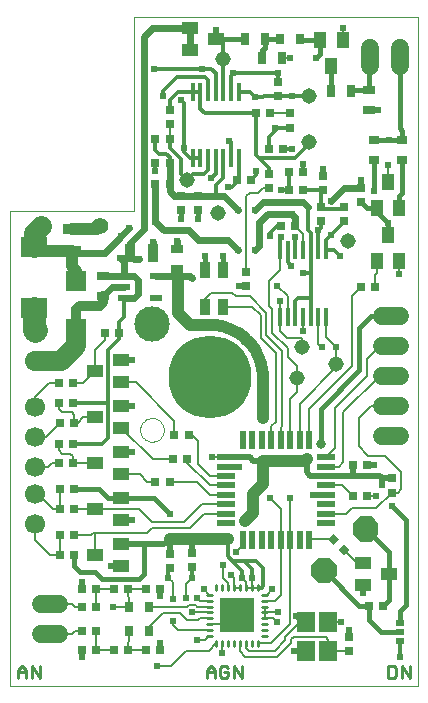
<source format=gtl>
G75*
G70*
%OFA0B0*%
%FSLAX24Y24*%
%IPPOS*%
%LPD*%
%AMOC8*
5,1,8,0,0,1.08239X$1,22.5*
%
%ADD10C,0.0000*%
%ADD11C,0.0100*%
%ADD12R,0.0276X0.0276*%
%ADD13R,0.0394X0.0315*%
%ADD14R,0.0866X0.0709*%
%ADD15R,0.0669X0.0709*%
%ADD16R,0.0394X0.0551*%
%ADD17C,0.0594*%
%ADD18R,0.0315X0.0394*%
%ADD19R,0.0315X0.0354*%
%ADD20R,0.0591X0.0374*%
%ADD21R,0.0374X0.0591*%
%ADD22C,0.0551*%
%ADD23R,0.1181X0.1181*%
%ADD24C,0.0110*%
%ADD25R,0.0591X0.0669*%
%ADD26C,0.0669*%
%ADD27R,0.0551X0.0394*%
%ADD28C,0.0170*%
%ADD29R,0.0276X0.0276*%
%ADD30R,0.0610X0.0217*%
%ADD31R,0.0217X0.0610*%
%ADD32C,0.0600*%
%ADD33R,0.0354X0.0531*%
%ADD34R,0.0354X0.0315*%
%ADD35R,0.0138X0.0630*%
%ADD36R,0.0413X0.0236*%
%ADD37C,0.0515*%
%ADD38R,0.0315X0.0197*%
%ADD39C,0.0080*%
%ADD40C,0.0238*%
%ADD41C,0.0120*%
%ADD42C,0.0400*%
%ADD43C,0.0240*%
%ADD44C,0.2762*%
%ADD45C,0.1181*%
%ADD46C,0.0160*%
%ADD47C,0.0660*%
%ADD48C,0.0197*%
%ADD49C,0.0320*%
%ADD50C,0.0317*%
%ADD51C,0.0157*%
%ADD52C,0.0138*%
%ADD53C,0.0700*%
%ADD54C,0.0760*%
D10*
X000260Y003292D02*
X000260Y019119D01*
X004394Y019119D01*
X004394Y025615D01*
X013842Y025615D01*
X013842Y003292D01*
X000260Y003292D01*
X004590Y011835D02*
X004592Y011874D01*
X004598Y011913D01*
X004608Y011951D01*
X004621Y011988D01*
X004638Y012023D01*
X004658Y012057D01*
X004682Y012088D01*
X004709Y012117D01*
X004738Y012143D01*
X004770Y012166D01*
X004804Y012186D01*
X004840Y012202D01*
X004877Y012214D01*
X004916Y012223D01*
X004955Y012228D01*
X004994Y012229D01*
X005033Y012226D01*
X005072Y012219D01*
X005109Y012208D01*
X005146Y012194D01*
X005181Y012176D01*
X005214Y012155D01*
X005245Y012130D01*
X005273Y012103D01*
X005298Y012073D01*
X005320Y012040D01*
X005339Y012006D01*
X005354Y011970D01*
X005366Y011932D01*
X005374Y011894D01*
X005378Y011855D01*
X005378Y011815D01*
X005374Y011776D01*
X005366Y011738D01*
X005354Y011700D01*
X005339Y011664D01*
X005320Y011630D01*
X005298Y011597D01*
X005273Y011567D01*
X005245Y011540D01*
X005214Y011515D01*
X005181Y011494D01*
X005146Y011476D01*
X005109Y011462D01*
X005072Y011451D01*
X005033Y011444D01*
X004994Y011441D01*
X004955Y011442D01*
X004916Y011447D01*
X004877Y011456D01*
X004840Y011468D01*
X004804Y011484D01*
X004770Y011504D01*
X004738Y011527D01*
X004709Y011553D01*
X004682Y011582D01*
X004658Y011613D01*
X004638Y011647D01*
X004621Y011682D01*
X004608Y011719D01*
X004598Y011757D01*
X004592Y011796D01*
X004590Y011835D01*
D11*
X006939Y003959D02*
X007073Y003826D01*
X007073Y003559D01*
X007073Y003759D02*
X006806Y003759D01*
X006806Y003826D02*
X006939Y003959D01*
X006806Y003826D02*
X006806Y003559D01*
X007266Y003625D02*
X007333Y003559D01*
X007466Y003559D01*
X007533Y003625D01*
X007533Y003759D01*
X007400Y003759D01*
X007533Y003892D02*
X007466Y003959D01*
X007333Y003959D01*
X007266Y003892D01*
X007266Y003625D01*
X007727Y003559D02*
X007727Y003959D01*
X007993Y003559D01*
X007993Y003959D01*
X012849Y003959D02*
X012849Y003559D01*
X013049Y003559D01*
X013116Y003625D01*
X013116Y003892D01*
X013049Y003959D01*
X012849Y003959D01*
X013309Y003959D02*
X013309Y003559D01*
X013576Y003559D02*
X013309Y003959D01*
X013576Y003959D02*
X013576Y003559D01*
X001254Y003559D02*
X001254Y003959D01*
X000987Y003959D02*
X000987Y003559D01*
X000793Y003559D02*
X000793Y003826D01*
X000660Y003959D01*
X000526Y003826D01*
X000526Y003559D01*
X000526Y003759D02*
X000793Y003759D01*
X000987Y003959D02*
X001254Y003559D01*
D12*
X002661Y004513D03*
X002661Y005143D03*
X003134Y005143D03*
X003134Y004513D03*
X003724Y004513D03*
X004197Y004513D03*
X004787Y004513D03*
X005260Y004513D03*
X005260Y006520D03*
X005575Y007229D03*
X005575Y007702D03*
X006323Y007741D03*
X006323Y007269D03*
X004787Y006520D03*
X004197Y006520D03*
X003724Y006520D03*
X003134Y006520D03*
X002661Y006520D03*
X002661Y005930D03*
X003134Y005930D03*
X002386Y007662D03*
X001913Y007662D03*
X001913Y008331D03*
X002386Y008331D03*
X002386Y009198D03*
X001913Y009198D03*
X001913Y009867D03*
X002386Y009867D03*
X002346Y010733D03*
X002346Y011363D03*
X001874Y011363D03*
X001874Y010733D03*
X001913Y012072D03*
X002386Y012072D03*
X002346Y012741D03*
X002346Y013410D03*
X001874Y013410D03*
X001874Y012741D03*
X003409Y015064D03*
X003882Y015064D03*
X005732Y011678D03*
X006205Y011678D03*
X006165Y010851D03*
X005693Y010851D03*
X005575Y010103D03*
X005102Y010103D03*
X008134Y016639D03*
X008134Y017111D03*
X009275Y018646D03*
X009748Y018646D03*
X010614Y018804D03*
X010614Y019276D03*
X010693Y019828D03*
X010693Y020300D03*
X010024Y020418D03*
X010024Y019828D03*
X009551Y019828D03*
X009551Y020418D03*
X009354Y021206D03*
X008882Y021206D03*
X008882Y020379D03*
X008882Y019906D03*
X008291Y020182D03*
X007819Y020182D03*
X006520Y019631D03*
X006520Y019158D03*
X005968Y019158D03*
X005968Y019631D03*
X005575Y020024D03*
X005575Y020733D03*
X005102Y020733D03*
X005102Y020024D03*
X005102Y021520D03*
X005575Y021520D03*
X005575Y022032D03*
X005575Y022505D03*
X008449Y022387D03*
X008921Y022387D03*
X009197Y022977D03*
X009197Y023450D03*
X009590Y022387D03*
X009590Y021914D03*
X011401Y019276D03*
X011401Y018804D03*
X011953Y019434D03*
X011953Y019906D03*
X011953Y016599D03*
X012425Y016599D03*
X012149Y010654D03*
X011677Y010654D03*
X011677Y009631D03*
X012149Y009631D03*
X012976Y009749D03*
X012976Y010221D03*
X012701Y005969D03*
X012228Y005969D03*
X011559Y004946D03*
X011559Y004473D03*
D13*
X005811Y017209D03*
X005811Y017879D03*
X003370Y016973D03*
X003370Y016304D03*
X012228Y022485D03*
X012228Y023154D03*
D14*
X001047Y017918D03*
X001047Y015910D03*
D15*
X002464Y015202D03*
X002464Y016816D03*
D16*
X010594Y024828D03*
X010968Y023961D03*
X011342Y024828D03*
X012858Y020103D03*
X012484Y019237D03*
X013232Y019237D03*
X012858Y018331D03*
X012484Y017465D03*
X013232Y017465D03*
D17*
X013240Y023980D02*
X013240Y024573D01*
X012240Y024573D02*
X012240Y023980D01*
X001895Y006036D02*
X001301Y006036D01*
X001301Y005036D02*
X001895Y005036D01*
D18*
X010949Y023135D03*
X011618Y023135D03*
X009335Y024237D03*
X008665Y024237D03*
X008744Y024867D03*
X008075Y024867D03*
D19*
X009256Y024867D03*
X009925Y024867D03*
X004886Y005930D03*
X004886Y005143D03*
X004216Y005143D03*
X004216Y005930D03*
D20*
X002307Y017800D03*
X002307Y018548D03*
D21*
X004256Y017741D03*
X005004Y017741D03*
D22*
X003252Y018646D03*
X001283Y018646D03*
D23*
X007819Y005654D03*
D24*
X007917Y004810D02*
X007917Y004648D01*
X007720Y004648D02*
X007720Y004810D01*
X007524Y004810D02*
X007524Y004648D01*
X007327Y004648D02*
X007327Y004810D01*
X007130Y004810D02*
X007130Y004648D01*
X006975Y004965D02*
X006813Y004965D01*
X006813Y005162D02*
X006975Y005162D01*
X006975Y005359D02*
X006813Y005359D01*
X006813Y005556D02*
X006975Y005556D01*
X006975Y005753D02*
X006813Y005753D01*
X006813Y005950D02*
X006975Y005950D01*
X006975Y006146D02*
X006813Y006146D01*
X006813Y006343D02*
X006975Y006343D01*
X007130Y006499D02*
X007130Y006661D01*
X007327Y006661D02*
X007327Y006499D01*
X007524Y006499D02*
X007524Y006661D01*
X007720Y006661D02*
X007720Y006499D01*
X007917Y006499D02*
X007917Y006661D01*
X008114Y006661D02*
X008114Y006499D01*
X008311Y006499D02*
X008311Y006661D01*
X008508Y006661D02*
X008508Y006499D01*
X008663Y006343D02*
X008825Y006343D01*
X008825Y006146D02*
X008663Y006146D01*
X008663Y005950D02*
X008825Y005950D01*
X008825Y005753D02*
X008663Y005753D01*
X008663Y005556D02*
X008825Y005556D01*
X008825Y005359D02*
X008663Y005359D01*
X008663Y005162D02*
X008825Y005162D01*
X008825Y004965D02*
X008663Y004965D01*
X008508Y004810D02*
X008508Y004648D01*
X008311Y004648D02*
X008311Y004810D01*
X008114Y004810D02*
X008114Y004648D01*
D25*
X010122Y004454D03*
X010122Y005438D03*
X010870Y005438D03*
X010870Y004454D03*
D26*
X001086Y008686D03*
X001086Y009686D03*
X001086Y010607D03*
X001086Y011607D03*
X001086Y012607D03*
X001086Y014119D03*
X001086Y015119D03*
D27*
X003094Y013804D03*
X003961Y014178D03*
X003961Y013430D03*
X003961Y012643D03*
X003961Y011894D03*
X003961Y011107D03*
X003961Y010359D03*
X003961Y009572D03*
X003961Y008824D03*
X003961Y008036D03*
X003961Y007288D03*
X003094Y007662D03*
X003094Y009198D03*
X003094Y010733D03*
X003094Y012269D03*
X006244Y024493D03*
X006244Y025241D03*
X007110Y024867D03*
X012031Y007406D03*
X012031Y006658D03*
X012898Y007032D03*
D28*
X011843Y008499D02*
X011758Y008414D01*
X011758Y008696D01*
X011956Y008894D01*
X012238Y008894D01*
X012436Y008696D01*
X012436Y008414D01*
X012238Y008216D01*
X011956Y008216D01*
X011758Y008414D01*
X011885Y008468D01*
X011885Y008642D01*
X012010Y008767D01*
X012184Y008767D01*
X012309Y008642D01*
X012309Y008468D01*
X012184Y008343D01*
X012010Y008343D01*
X011885Y008468D01*
X012013Y008520D01*
X012013Y008590D01*
X012062Y008639D01*
X012132Y008639D01*
X012181Y008590D01*
X012181Y008520D01*
X012132Y008471D01*
X012062Y008471D01*
X012013Y008520D01*
X010451Y007107D02*
X010366Y007022D01*
X010366Y007304D01*
X010564Y007502D01*
X010846Y007502D01*
X011044Y007304D01*
X011044Y007022D01*
X010846Y006824D01*
X010564Y006824D01*
X010366Y007022D01*
X010493Y007076D01*
X010493Y007250D01*
X010618Y007375D01*
X010792Y007375D01*
X010917Y007250D01*
X010917Y007076D01*
X010792Y006951D01*
X010618Y006951D01*
X010493Y007076D01*
X010621Y007128D01*
X010621Y007198D01*
X010670Y007247D01*
X010740Y007247D01*
X010789Y007198D01*
X010789Y007128D01*
X010740Y007079D01*
X010670Y007079D01*
X010621Y007128D01*
D29*
G36*
X011038Y008379D02*
X011233Y008184D01*
X011038Y007989D01*
X010843Y008184D01*
X011038Y008379D01*
G37*
G36*
X011372Y008045D02*
X011567Y007850D01*
X011372Y007655D01*
X011177Y007850D01*
X011372Y008045D01*
G37*
D30*
X010791Y008725D03*
X010791Y009040D03*
X010791Y009355D03*
X010791Y009670D03*
X010791Y009985D03*
X010791Y010300D03*
X010791Y010615D03*
X010791Y010930D03*
X007445Y010930D03*
X007445Y010615D03*
X007445Y010300D03*
X007445Y009985D03*
X007445Y009670D03*
X007445Y009355D03*
X007445Y009040D03*
X007445Y008725D03*
D31*
X008016Y008154D03*
X008331Y008154D03*
X008646Y008154D03*
X008961Y008154D03*
X009275Y008154D03*
X009590Y008154D03*
X009905Y008154D03*
X010220Y008154D03*
X010220Y011501D03*
X009905Y011501D03*
X009590Y011501D03*
X009275Y011501D03*
X008961Y011501D03*
X008646Y011501D03*
X008331Y011501D03*
X008016Y011501D03*
D32*
X012637Y011646D02*
X013237Y011646D01*
X013237Y012646D02*
X012637Y012646D01*
X012637Y013646D02*
X013237Y013646D01*
X013237Y014646D02*
X012637Y014646D01*
X012637Y015646D02*
X013237Y015646D01*
D33*
X007346Y015950D03*
X006756Y015950D03*
X006756Y017170D03*
X007346Y017170D03*
D34*
X012386Y020831D03*
X012386Y021501D03*
X013331Y021501D03*
X013331Y020831D03*
D35*
X010791Y017820D03*
X010535Y017820D03*
X010279Y017820D03*
X010024Y017820D03*
X009768Y017820D03*
X009512Y017820D03*
X009256Y017820D03*
X009256Y015615D03*
X009512Y015615D03*
X009768Y015615D03*
X010024Y015615D03*
X010279Y015615D03*
X010535Y015615D03*
X010791Y015615D03*
X007878Y020891D03*
X007622Y020891D03*
X007366Y020891D03*
X007110Y020891D03*
X006854Y020891D03*
X006598Y020891D03*
X006342Y020891D03*
X006342Y023095D03*
X006598Y023095D03*
X006854Y023095D03*
X007110Y023095D03*
X007366Y023095D03*
X007622Y023095D03*
X007878Y023095D03*
D36*
X005122Y016973D03*
X005122Y016225D03*
X004059Y016225D03*
X004059Y016599D03*
X004059Y016973D03*
D37*
X006165Y020182D03*
X007189Y019080D03*
X009984Y014591D03*
X009827Y013568D03*
X011126Y014040D03*
X011520Y018135D03*
X010220Y021442D03*
X010220Y022977D03*
X007366Y024198D03*
D38*
X013252Y005398D03*
X013252Y005103D03*
X013252Y004808D03*
D39*
X011559Y004946D02*
X011559Y005182D01*
X011283Y005438D02*
X010870Y005438D01*
X010772Y004946D02*
X009709Y004946D01*
X009630Y004867D01*
X009630Y004749D01*
X009157Y004276D01*
X008094Y004276D01*
X007917Y004454D01*
X007917Y004729D01*
X008114Y004729D02*
X008114Y004572D01*
X008212Y004473D01*
X009079Y004473D01*
X009433Y004828D01*
X009433Y004946D01*
X009925Y005438D01*
X009787Y005576D01*
X009787Y005635D01*
X009925Y005438D02*
X010122Y005438D01*
X009590Y005379D02*
X009590Y008154D01*
X009590Y009552D01*
X009275Y009198D02*
X009275Y008154D01*
X009275Y006324D01*
X009098Y006146D01*
X008744Y006146D01*
X008744Y005950D02*
X008744Y005753D01*
X008744Y005556D01*
X009020Y005556D01*
X009157Y005418D01*
X009197Y005753D02*
X008744Y005753D01*
X008744Y006343D02*
X008823Y006343D01*
X009000Y006520D01*
X008508Y006580D02*
X008311Y006580D01*
X008114Y006580D01*
X008114Y006776D01*
X007976Y006914D01*
X007720Y006894D02*
X007720Y006580D01*
X007917Y006580D01*
X007720Y006894D02*
X007622Y006993D01*
X007524Y006737D02*
X007524Y006580D01*
X007524Y006737D02*
X007346Y006914D01*
X007346Y007347D01*
X007779Y007780D02*
X008016Y008017D01*
X008016Y008154D01*
X007445Y009040D02*
X006716Y009040D01*
X006244Y008568D01*
X004984Y008568D01*
X004827Y008410D01*
X003094Y008410D01*
X003094Y007662D01*
X003626Y007288D02*
X003961Y007288D01*
X004197Y006520D02*
X004787Y006520D01*
X005260Y006520D02*
X005260Y006284D01*
X004905Y005950D02*
X006146Y005950D01*
X006205Y006009D01*
X006441Y006009D01*
X006500Y005950D01*
X006894Y005950D01*
X006894Y006146D02*
X006579Y006146D01*
X006480Y006245D01*
X006126Y006245D02*
X006126Y006717D01*
X006323Y006914D01*
X006716Y006520D02*
X006894Y006343D01*
X006894Y005753D02*
X006323Y005753D01*
X006165Y005497D02*
X006520Y005497D01*
X006579Y005556D01*
X006894Y005556D01*
X006894Y005359D02*
X007327Y005359D01*
X007425Y005261D01*
X007327Y004729D02*
X007327Y004394D01*
X007130Y004729D02*
X006874Y004473D01*
X006126Y004473D01*
X005614Y003961D01*
X005142Y003961D01*
X005260Y004513D02*
X005260Y004749D01*
X004886Y005143D02*
X004886Y005280D01*
X005338Y005733D01*
X005929Y005733D01*
X006165Y005497D01*
X005870Y005162D02*
X005693Y005339D01*
X005693Y005457D01*
X005870Y005162D02*
X006894Y005162D01*
X006894Y004965D02*
X006756Y004828D01*
X006480Y004828D01*
X005693Y006206D02*
X005693Y006757D01*
X005535Y006914D01*
X004905Y005950D02*
X004886Y005930D01*
X004236Y005950D02*
X003685Y005950D01*
X004216Y005930D02*
X004236Y005950D01*
X004236Y006245D01*
X004197Y006284D01*
X004197Y006520D01*
X003724Y006520D02*
X003134Y006520D01*
X003134Y005930D01*
X002661Y005930D02*
X002425Y005930D01*
X002319Y006036D01*
X001598Y006036D01*
X001598Y005036D02*
X002319Y005036D01*
X002425Y005143D01*
X002661Y005143D01*
X002661Y004513D02*
X002661Y004276D01*
X003134Y004513D02*
X003134Y005143D01*
X003134Y004513D02*
X003724Y004513D01*
X004197Y004513D02*
X004787Y004513D01*
X004197Y004513D02*
X004197Y004749D01*
X004236Y004788D01*
X004236Y005123D01*
X004216Y005143D01*
X002661Y006520D02*
X002661Y006757D01*
X001913Y007662D02*
X001913Y008331D01*
X002386Y008331D02*
X002937Y008331D01*
X003016Y008410D01*
X003094Y008410D01*
X003094Y009198D02*
X004551Y009198D01*
X004984Y008765D01*
X006047Y008765D01*
X006638Y009355D01*
X007445Y009355D01*
X007445Y009670D02*
X006913Y009670D01*
X006480Y010103D01*
X005575Y010103D01*
X005102Y010103D02*
X004827Y010103D01*
X004571Y010359D01*
X003961Y010359D01*
X003961Y011107D02*
X004335Y011107D01*
X005004Y010851D02*
X003961Y011894D01*
X003961Y012643D02*
X004335Y012643D01*
X004453Y013430D02*
X003961Y013430D01*
X004453Y013430D02*
X005732Y012150D01*
X005732Y011678D01*
X006205Y011678D02*
X006323Y011678D01*
X006520Y011481D01*
X006520Y010694D01*
X006913Y010300D01*
X007445Y010300D01*
X007445Y009985D02*
X006913Y009985D01*
X006165Y010733D01*
X006165Y010851D01*
X005693Y010851D02*
X005004Y010851D01*
X004335Y008824D02*
X003961Y008824D01*
X003094Y009198D02*
X002386Y009198D01*
X001913Y009198D02*
X001913Y009867D01*
X001512Y010607D02*
X001638Y010733D01*
X001874Y010733D01*
X001992Y011048D02*
X002268Y011048D01*
X002346Y010969D01*
X002346Y010733D01*
X003094Y010733D01*
X002504Y012072D02*
X002386Y012072D01*
X002386Y012347D01*
X002307Y012426D01*
X001992Y012426D01*
X001874Y012544D01*
X001874Y012741D01*
X001874Y013410D02*
X001559Y013410D01*
X001086Y012938D01*
X001086Y012607D01*
X001913Y012072D02*
X001449Y011607D01*
X001086Y011607D01*
X001086Y010607D02*
X001512Y010607D01*
X001992Y011048D02*
X001874Y011166D01*
X001874Y011363D01*
X002504Y012072D02*
X002701Y012269D01*
X003094Y012269D01*
X002701Y013410D02*
X002346Y013410D01*
X002701Y013410D02*
X003094Y013804D01*
X003094Y014513D01*
X003409Y014828D01*
X003409Y015064D01*
X003961Y014178D02*
X004335Y014178D01*
X004197Y017564D02*
X004256Y017623D01*
X004256Y017741D01*
X004275Y017721D01*
X004275Y017623D01*
X006756Y016206D02*
X006756Y015950D01*
X006756Y016206D02*
X006953Y016402D01*
X007661Y016402D01*
X007779Y016284D01*
X008252Y016284D01*
X008803Y015733D01*
X008803Y014985D01*
X009315Y014473D01*
X009315Y011954D01*
X009275Y011914D01*
X009275Y011501D01*
X008961Y011501D02*
X008961Y011954D01*
X009118Y012111D01*
X009118Y014394D01*
X008606Y014906D01*
X008606Y015654D01*
X008311Y015950D01*
X007346Y015950D01*
X007898Y016639D02*
X008134Y016639D01*
X008134Y017111D02*
X008134Y019631D01*
X008252Y019749D01*
X008527Y019749D01*
X008685Y019906D01*
X008882Y019906D01*
X009157Y018646D02*
X009275Y018646D01*
X009748Y018646D02*
X010024Y018371D01*
X010024Y017820D01*
X009256Y017820D02*
X009256Y017170D01*
X008882Y016796D01*
X008882Y015969D01*
X009000Y015851D01*
X009000Y015064D01*
X009512Y014552D01*
X009512Y014276D01*
X009827Y013961D01*
X009827Y013568D01*
X009827Y013095D01*
X009590Y012859D01*
X009590Y011501D01*
X009905Y011501D02*
X009905Y012702D01*
X011126Y013922D01*
X011126Y014040D01*
X011126Y014591D01*
X010791Y014926D01*
X010791Y015615D01*
X010535Y015615D02*
X010535Y014709D01*
X010653Y014591D01*
X009984Y014591D02*
X009984Y014867D01*
X009945Y014906D01*
X009472Y014906D01*
X009256Y015123D01*
X009256Y015615D01*
X009256Y016127D01*
X009512Y016284D02*
X009157Y016639D01*
X009512Y016284D02*
X009512Y015615D01*
X010024Y015615D02*
X010024Y015143D01*
X011638Y016284D02*
X011638Y013961D01*
X010220Y012544D01*
X010220Y011501D01*
X010791Y010950D02*
X011086Y011245D01*
X011086Y012583D01*
X012149Y013646D01*
X012149Y014198D01*
X012598Y014646D01*
X012937Y014646D01*
X012937Y013646D02*
X012583Y013646D01*
X011362Y012426D01*
X011362Y010772D01*
X011205Y010615D01*
X010791Y010615D01*
X010791Y010930D02*
X010791Y010950D01*
X010791Y009985D02*
X011323Y009985D01*
X011677Y009631D01*
X011638Y009237D02*
X012464Y009237D01*
X012976Y009749D01*
X013173Y009749D01*
X013291Y009867D01*
X013291Y010418D01*
X012740Y010969D01*
X012189Y010969D01*
X011874Y011284D01*
X011874Y012229D01*
X012291Y012646D01*
X012937Y012646D01*
X012386Y010654D02*
X012149Y010654D01*
X012149Y009631D02*
X012464Y009631D01*
X011638Y009237D02*
X011441Y009040D01*
X010791Y009040D01*
X011038Y008184D02*
X010250Y008184D01*
X010220Y008154D01*
X009275Y009198D02*
X008921Y009552D01*
X007445Y010930D02*
X006992Y010930D01*
X008331Y006914D02*
X008311Y006894D01*
X008311Y006580D01*
X009590Y005379D02*
X008941Y004729D01*
X008508Y004729D01*
X009709Y004454D02*
X010122Y004454D01*
X010772Y004946D02*
X010870Y004847D01*
X010870Y004454D01*
X010890Y004473D01*
X011559Y004473D01*
X011815Y007406D02*
X011372Y007850D01*
X011815Y007406D02*
X012031Y007406D01*
X011638Y016284D02*
X011953Y016599D01*
X012425Y016599D02*
X012425Y016993D01*
X012484Y017052D01*
X012484Y017465D01*
X013232Y017465D02*
X013232Y017032D01*
X012484Y019099D02*
X012484Y019237D01*
X012858Y020103D02*
X012858Y020654D01*
X012524Y022485D02*
X012228Y022485D01*
X011638Y023154D02*
X011618Y023135D01*
X010949Y023942D02*
X010968Y023961D01*
X011342Y024828D02*
X011342Y025241D01*
X012228Y024265D02*
X012240Y024276D01*
X010220Y021442D02*
X010220Y021363D01*
X009590Y022387D02*
X008921Y022387D01*
X009335Y024237D02*
X009590Y024237D01*
X009964Y024828D02*
X009925Y024867D01*
X007307Y024867D02*
X007110Y024867D01*
X005575Y022032D02*
X005575Y021520D01*
X007819Y020182D02*
X007819Y020103D01*
X007819Y020182D02*
X007878Y020241D01*
X010614Y019749D02*
X010693Y019828D01*
X010693Y019316D02*
X010653Y019276D01*
X010614Y019276D01*
X010693Y019198D01*
X011008Y018371D02*
X010968Y018331D01*
X011401Y018765D02*
X011401Y018804D01*
X011323Y019198D02*
X011401Y019276D01*
X001913Y009198D02*
X001677Y009198D01*
X001189Y009686D01*
X001086Y009686D01*
X001086Y008686D02*
X001086Y008174D01*
X001598Y007662D01*
X001913Y007662D01*
D40*
X002661Y006757D03*
X003626Y007288D03*
X003685Y005950D03*
X002661Y004276D03*
X005142Y003961D03*
X005260Y004749D03*
X005693Y005457D03*
X005693Y006206D03*
X006126Y006245D03*
X006480Y006245D03*
X006716Y006520D03*
X006323Y006914D03*
X006323Y005753D03*
X006480Y004828D03*
X007327Y004394D03*
X007976Y006914D03*
X007622Y006993D03*
X007346Y007347D03*
X007779Y007780D03*
X008331Y006914D03*
X009000Y006520D03*
X009197Y005753D03*
X009157Y005418D03*
X009787Y005635D03*
X009709Y004454D03*
X011283Y005438D03*
X011559Y005182D03*
X012031Y006402D03*
X013252Y004257D03*
X012976Y009316D03*
X012464Y009631D03*
X012661Y009985D03*
X012386Y010654D03*
X010338Y009670D03*
X009590Y009552D03*
X008921Y009552D03*
X007898Y010615D03*
X006992Y010930D03*
X005575Y009040D03*
X005575Y008213D03*
X006323Y008213D03*
X005535Y006914D03*
X005260Y006284D03*
X004335Y008824D03*
X004335Y011107D03*
X004335Y012643D03*
X004335Y014178D03*
X006323Y016914D03*
X006756Y017623D03*
X007346Y017623D03*
X007858Y017820D03*
X008409Y017820D03*
X008921Y018292D03*
X009275Y018272D03*
X009768Y018272D03*
X009669Y019040D03*
X009275Y019828D03*
X008449Y020457D03*
X007504Y019946D03*
X007858Y019158D03*
X008409Y019158D03*
X009630Y017308D03*
X009157Y016639D03*
X009256Y016127D03*
X010024Y017072D03*
X010968Y018331D03*
X010535Y018489D03*
X010968Y019473D03*
X010693Y020536D03*
X010024Y020694D03*
X009669Y021206D03*
X009079Y021914D03*
X009669Y022977D03*
X009197Y023725D03*
X009590Y024237D03*
X010457Y024237D03*
X011342Y025241D03*
X012524Y022485D03*
X012898Y021501D03*
X012858Y020654D03*
X012386Y019788D03*
X011953Y020182D03*
X012858Y018725D03*
X013232Y017032D03*
X011244Y017623D03*
X010024Y015143D03*
X010653Y014591D03*
X011126Y014591D03*
X007898Y016639D03*
X006520Y018883D03*
X005968Y018883D03*
X005811Y018135D03*
X005004Y018115D03*
X005102Y018765D03*
X004236Y018568D03*
X003961Y018292D03*
X003921Y017564D03*
X004551Y017524D03*
X005102Y020457D03*
X006067Y021245D03*
X006953Y020221D03*
X007543Y021481D03*
X008409Y022938D03*
X007701Y023725D03*
X007110Y025182D03*
X006244Y024867D03*
X006638Y023883D03*
X005968Y022820D03*
X005338Y022977D03*
X005063Y023883D03*
D41*
X006638Y023883D01*
X006953Y023883D01*
X007110Y023725D01*
X007110Y023095D01*
X006854Y023095D02*
X006854Y023509D01*
X006756Y023607D01*
X005811Y023607D01*
X005338Y023135D01*
X005338Y022977D01*
X005575Y022820D02*
X005850Y023095D01*
X006342Y023095D01*
X006598Y023095D01*
X006598Y022544D01*
X006756Y022387D01*
X008449Y022387D01*
X008449Y021009D01*
X008567Y020891D01*
X008882Y020576D01*
X008882Y020379D01*
X008567Y020891D02*
X009748Y020891D01*
X010220Y021363D01*
X009669Y021206D02*
X009354Y021206D01*
X008882Y021206D02*
X008882Y021599D01*
X009079Y021796D01*
X009079Y021914D01*
X009590Y021914D01*
X009669Y022977D02*
X009197Y022977D01*
X008724Y022977D01*
X008685Y022938D01*
X008409Y022938D01*
X008252Y023095D01*
X007878Y023095D01*
X007622Y023095D02*
X007622Y023646D01*
X007701Y023725D01*
X009197Y023725D01*
X009197Y023450D01*
X009669Y022977D02*
X010220Y022977D01*
X010024Y020694D02*
X010024Y020418D01*
X010024Y019828D02*
X010693Y019828D01*
X010614Y019749D02*
X010614Y019276D01*
X010693Y019198D02*
X011323Y019198D01*
X011401Y018765D02*
X010968Y018331D01*
X010791Y018154D01*
X010791Y017820D01*
X011047Y017820D01*
X011244Y017623D01*
X010535Y017820D02*
X010535Y018489D01*
X010614Y018568D01*
X010614Y018804D01*
X010279Y018391D02*
X010279Y017820D01*
X010279Y017070D01*
X010278Y017072D01*
X010024Y017072D01*
X010279Y017070D02*
X010279Y016245D01*
X010279Y015615D01*
X010279Y016245D02*
X009866Y016245D01*
X009768Y016146D01*
X009768Y015615D01*
X009630Y017308D02*
X009512Y017426D01*
X009512Y017820D01*
X009768Y017820D02*
X009768Y018272D01*
X010181Y018489D02*
X010279Y018391D01*
X010181Y018489D02*
X010181Y019276D01*
X009551Y019828D02*
X009551Y020418D01*
X009551Y019828D02*
X009275Y019828D01*
X008449Y020339D02*
X008449Y020457D01*
X008449Y020339D02*
X008291Y020182D01*
X007878Y020241D02*
X007878Y020891D01*
X007622Y020891D02*
X007622Y021442D01*
X007583Y021481D01*
X007543Y021481D01*
X007366Y020891D02*
X007366Y020241D01*
X007110Y019985D01*
X007110Y019631D01*
X006953Y020221D02*
X007110Y020379D01*
X007110Y020891D01*
X006854Y020891D02*
X006854Y020517D01*
X006716Y020379D01*
X006362Y020379D01*
X006165Y020182D01*
X005968Y020379D01*
X005968Y020851D01*
X005575Y021245D01*
X005575Y021520D01*
X005457Y021048D02*
X005220Y021048D01*
X005102Y021166D01*
X005102Y021520D01*
X005457Y021048D02*
X005575Y020930D01*
X005575Y020733D01*
X005102Y020733D02*
X005102Y020457D01*
X006067Y021087D02*
X006067Y021245D01*
X006067Y022721D01*
X005968Y022820D01*
X005575Y022820D02*
X005575Y022505D01*
X006067Y021087D02*
X006264Y020891D01*
X006342Y020891D01*
X006598Y020891D01*
X007504Y019946D02*
X007661Y019946D01*
X007819Y020103D01*
X009157Y018646D02*
X008921Y018410D01*
X008921Y018292D01*
X009256Y018272D02*
X009256Y017820D01*
X009256Y018272D02*
X009275Y018272D01*
X010693Y020300D02*
X010693Y020536D01*
X007366Y023095D02*
X007366Y024198D01*
X007366Y024808D01*
X007307Y024867D01*
X005004Y025241D02*
X004984Y025221D01*
D42*
X003252Y018646D02*
X003153Y018548D01*
X002307Y018548D01*
X002307Y017800D02*
X002307Y017741D01*
X002307Y017308D01*
X002464Y017150D01*
X002464Y016816D01*
X002307Y017800D02*
X001165Y017800D01*
X001047Y017918D01*
X001146Y017820D01*
X005850Y016973D02*
X005850Y015733D01*
X006244Y015339D01*
X006913Y015339D01*
X006913Y015340D02*
X006997Y015338D01*
X007081Y015332D01*
X007165Y015322D01*
X007248Y015308D01*
X007331Y015290D01*
X007412Y015268D01*
X007493Y015243D01*
X007572Y015213D01*
X007649Y015180D01*
X007725Y015143D01*
X007799Y015103D01*
X007871Y015059D01*
X007941Y015011D01*
X008008Y014961D01*
X008073Y014907D01*
X008136Y014850D01*
X008195Y014791D01*
X008252Y014728D01*
X008306Y014663D01*
X008356Y014596D01*
X008404Y014526D01*
X008448Y014454D01*
X008488Y014380D01*
X008525Y014304D01*
X008558Y014227D01*
X008588Y014148D01*
X008613Y014067D01*
X008635Y013986D01*
X008653Y013903D01*
X008667Y013820D01*
X008677Y013736D01*
X008683Y013652D01*
X008685Y013568D01*
X008685Y012229D01*
X008685Y010812D02*
X008685Y010024D01*
X008370Y009709D01*
X008370Y009080D01*
X008094Y008804D01*
X007504Y008213D02*
X006323Y008213D01*
X005575Y008213D01*
X008685Y010812D02*
X010102Y010812D01*
X010142Y010851D01*
D43*
X006323Y016914D02*
X006264Y016973D01*
X005850Y016973D01*
X005850Y017209D01*
X005811Y017209D01*
X005850Y016973D02*
X005122Y016973D01*
X004512Y016835D02*
X004512Y016363D01*
X004374Y016225D01*
X004059Y016225D01*
X004059Y016599D02*
X003665Y016599D01*
X003370Y016304D01*
X003370Y016973D02*
X004059Y016973D01*
X004374Y016973D01*
X004512Y016835D01*
X004059Y016973D02*
X004059Y017426D01*
X003921Y017564D01*
X004197Y017564D01*
X004275Y017623D02*
X004374Y017524D01*
X004551Y017524D01*
X004256Y017741D02*
X004256Y018076D01*
X004709Y018528D01*
X004709Y024946D01*
X004984Y025221D01*
X005004Y025241D02*
X006244Y025241D01*
X006244Y024867D01*
X006244Y024493D01*
X005575Y020733D02*
X005575Y020024D01*
X005575Y019788D01*
X005732Y019631D01*
X005968Y019631D01*
X006520Y019631D01*
X007110Y019631D01*
X007386Y019631D01*
X007858Y019158D01*
X008409Y019158D02*
X008685Y019434D01*
X010024Y019434D01*
X010181Y019276D01*
X009748Y018922D02*
X009748Y018646D01*
X009748Y018922D02*
X009630Y019040D01*
X008842Y019040D01*
X008567Y018765D01*
X008567Y017977D01*
X008409Y017820D01*
X007858Y017820D02*
X007504Y018174D01*
X006520Y018174D01*
X006205Y018489D01*
X005378Y018489D01*
X005102Y018765D01*
X005102Y020024D01*
X004236Y018568D02*
X003961Y018292D01*
X003409Y017741D01*
X002307Y017741D01*
X005004Y017741D02*
X005004Y018115D01*
X005811Y018135D02*
X005811Y017879D01*
X010968Y019473D02*
X011401Y019906D01*
X011953Y019906D01*
D44*
X006913Y013607D03*
D45*
X004984Y015379D03*
D46*
X006756Y017170D02*
X006756Y017623D01*
X007346Y017623D02*
X007346Y017170D01*
X006520Y018883D02*
X006520Y019158D01*
X005968Y019158D02*
X005968Y018883D01*
X008665Y024237D02*
X008665Y024493D01*
X008744Y024572D01*
X008744Y024867D01*
X009256Y024867D01*
X009964Y024828D02*
X010594Y024828D01*
X010594Y024375D01*
X010457Y024237D01*
X010949Y023942D02*
X010949Y023135D01*
X011638Y023154D02*
X012228Y023154D01*
X012228Y024265D01*
X013240Y024276D02*
X013240Y021887D01*
X013331Y021796D01*
X013331Y021501D01*
X012898Y021501D01*
X012386Y021501D01*
X012386Y020831D02*
X012386Y019788D01*
X011953Y019434D02*
X012149Y019237D01*
X012484Y019237D01*
X012484Y019099D02*
X012858Y018725D01*
X012858Y018331D01*
X013232Y019237D02*
X013232Y019650D01*
X013331Y019749D01*
X013331Y020831D01*
X008075Y024867D02*
X007307Y024867D01*
X007110Y024867D02*
X007110Y025182D01*
D47*
X002464Y015202D02*
X002464Y014631D01*
X001953Y014119D01*
X001086Y014119D01*
D48*
X003961Y008036D02*
X004709Y008036D01*
X005398Y008036D01*
X005575Y008213D01*
X005575Y007702D01*
X006323Y007741D02*
X006323Y008213D01*
X007445Y010615D02*
X007898Y010615D01*
X008252Y010930D02*
X008370Y010812D01*
X008685Y010812D01*
X008252Y010930D02*
X007445Y010930D01*
X010142Y010851D02*
X010142Y010418D01*
X010260Y010300D01*
X010791Y010300D01*
X011677Y010300D01*
X012583Y010300D01*
X012661Y010221D01*
X012661Y009985D01*
X012661Y010221D02*
X012976Y010221D01*
X011677Y010300D02*
X011677Y010654D01*
X010791Y009670D02*
X010338Y009670D01*
X009669Y019040D02*
X009630Y019040D01*
X011953Y019906D02*
X011953Y020182D01*
D49*
X003370Y016304D02*
X003370Y016087D01*
X003252Y015969D01*
X002583Y015969D01*
X002464Y015851D01*
X002464Y015202D01*
D50*
X007504Y008213D03*
X008094Y008804D03*
X008685Y010812D03*
X008685Y012229D03*
X010142Y010851D03*
X010614Y011363D03*
X008212Y006048D03*
X008212Y005654D03*
X008212Y005261D03*
X007819Y005261D03*
X007819Y005654D03*
X007425Y005654D03*
X007425Y005261D03*
X007425Y006048D03*
X007819Y006048D03*
D51*
X005575Y009040D02*
X005043Y009572D01*
X003961Y009572D01*
X003508Y009572D01*
X003212Y009867D01*
X002386Y009867D01*
X002386Y007662D02*
X002386Y007308D01*
X002583Y007111D01*
X003094Y007111D01*
X003331Y006875D01*
X004551Y006875D01*
X004709Y007032D01*
X004709Y008036D01*
X010614Y011363D02*
X010614Y012544D01*
X011894Y013824D01*
X011894Y015241D01*
X012299Y015646D01*
X012937Y015646D01*
X012976Y009316D02*
X013449Y008843D01*
X013449Y006009D01*
X013252Y005812D01*
X013252Y005398D01*
X013252Y005103D02*
X012622Y005103D01*
X012228Y005497D01*
X012228Y005969D01*
X011899Y005969D01*
X010705Y007163D01*
X012031Y006658D02*
X012031Y006402D01*
X012701Y005969D02*
X012898Y006166D01*
X012898Y007032D01*
X012898Y007755D01*
X012097Y008555D01*
D52*
X013252Y004808D02*
X013252Y004257D01*
X008685Y006619D02*
X008685Y007229D01*
X008449Y007465D01*
X008055Y007465D01*
X007661Y007465D01*
X007504Y007623D01*
X007504Y008213D01*
X007661Y007465D02*
X007976Y007150D01*
X007976Y006914D01*
X008331Y007190D02*
X008055Y007465D01*
X008331Y007190D02*
X008331Y006914D01*
X008508Y006580D02*
X008646Y006580D01*
X008685Y006619D01*
X006323Y006914D02*
X006323Y007269D01*
X005575Y007229D02*
X005535Y007190D01*
X005535Y006914D01*
X003331Y011363D02*
X002346Y011363D01*
X003331Y011363D02*
X003527Y011560D01*
X003527Y012741D01*
X002346Y012741D01*
X003527Y012741D02*
X003527Y014513D01*
X003882Y014867D01*
X003882Y015064D01*
X003882Y015418D01*
X004059Y015595D01*
X004059Y016225D01*
D53*
X001283Y018646D02*
X001047Y018410D01*
X001047Y017918D01*
D54*
X001047Y015910D02*
X001047Y015182D01*
X001071Y015158D01*
X001126Y015158D01*
X001086Y015119D01*
M02*

</source>
